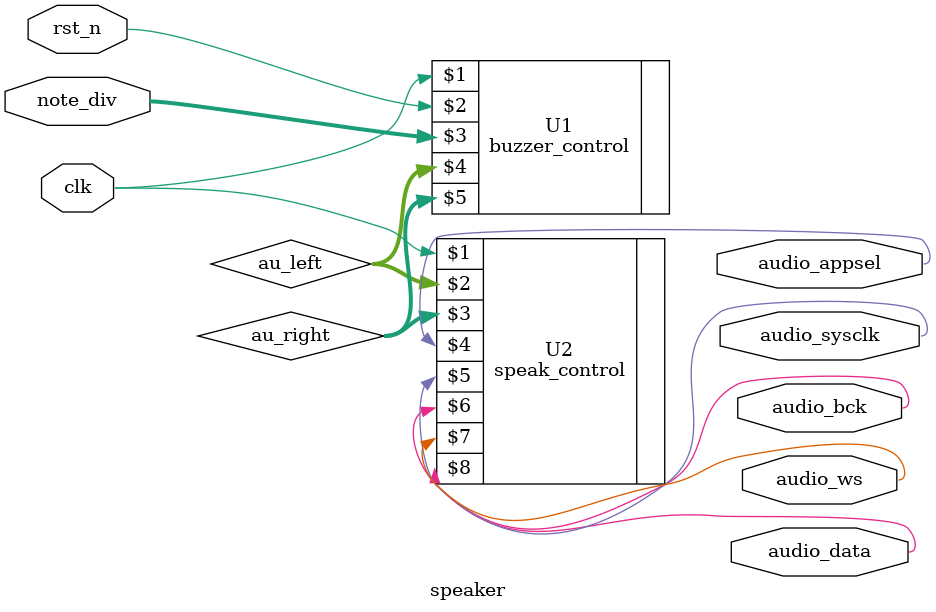
<source format=v>
`timescale 1ns / 1ps
module speaker(
	 input [19:0]note_div,	// output freqency
    input clk,
    input rst_n,
	/* input dip1,
	 input dip0,*/
	 output audio_appsel,
	 output audio_sysclk,
	 output audio_bck,		//bit clock
	 output audio_ws,
	 output audio_data
    );
	 
	 wire [15:0]au_left,au_right;	// output amplitude
	
	buzzer_control U1(/*dip1,dip0,*/clk,rst_n,note_div,au_left,au_right);
	speak_control  U2(clk,au_left,au_right,audio_appsel,audio_sysclk,audio_bck,audio_ws,audio_data);
	
/*	always@(*)
		if(~pb1)	note_div = 20'd 76628;		 //   40M / 261(DO) / 2 = 76628
		else if(~pb2) note_div = 20'd 68259; //   40M / 293(RE) / 2 = 68259
		else if(~pb3) note_div = 20'd 60606; //   40M / 330(ME) / 2 = 60606
		else note_div = 20'd1;					 //	ultrasonic wave (mute)
*/		
endmodule

</source>
